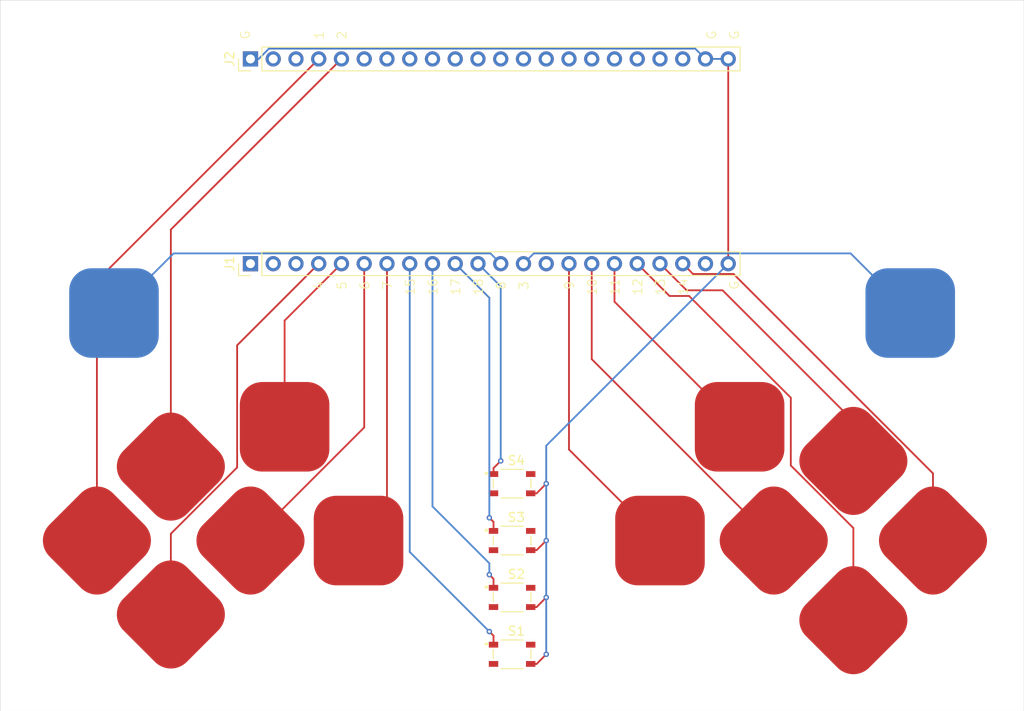
<source format=kicad_pcb>
(kicad_pcb (version 20240108) (generator "pcbnew") (generator_version "8.0")
  (layers (0 "F.Cu" signal) (31 "B.Cu" signal) (34 "B.Paste" user) (35 "F.Paste" user) (36 "B.SilkS" user "B.Silkscreen") (37 "F.SilkS" user "F.Silkscreen") (38 "B.Mask" user) (39 "F.Mask" user) (44 "Edge.Cuts" user))
  (net 0 "")
  (net 1 "TOUCH10")
  (net 2 "SELECT4")
  (net 3 "TOUCH4")
  (net 4 "TOUCH9")
  (net 7 "TOUCH11")
  (net 8 "TOUCH13")
  (net 9 "TOUCH7")
  (net 10 "GND")
  (net 12 "SELECT2")
  (net 14 "TOUCH3")
  (net 16 "SELECT3")
  (net 17 "TOUCH6")
  (net 18 "TOUCH8")
  (net 19 "TOUCH5")
  (net 20 "SELECT1")
  (net 21 "TOUCH14")
  (net 22 "TOUCH12")
  (net 32 "TOUCH1")
  (net 34 "TOUCH2")
  (footprint "Pad-CapacitiveTouch:Pad-CapacitiveTouch" (layer "F.Cu") (at 168.91 114.3)
    (property "Reference" "J11")
    (property "Value" "Conn_01x01")
    (pad "1" smd roundrect (at 0 0) (size 10 10) (layers "F.Cu") (net 4 "TOUCH9"))
  )
  (footprint "SKRPACE010:SKRPACE010" (layer "F.Cu") (at 152.4 127)
    (property "Reference" "S1" (at 0.47575 -2.58912 0) (layer "F.SilkS") (effects (font (size 1.001591 1.001591))))
    (property "Value" "SKRPACE010")
    (fp_line (start -2.1 -0.5) (end -2.1 0.5) (stroke (width 0.127)) (layer "F.SilkS"))
    (fp_line (start -1.25 -1.6) (end 1.25 -1.6) (stroke (width 0.127)) (layer "F.SilkS"))
    (fp_line (start -1.25 1.6) (end 1.25 1.6) (stroke (width 0.127)) (layer "F.SilkS"))
    (fp_line (start 2.1 -0.5) (end 2.1 0.5) (stroke (width 0.127)) (layer "F.SilkS"))
    (fp_circle (center -2.9 -1.15) (end -2.788197 -1.15) (stroke (width 0.127)) (fill none) (layer "F.SilkS"))
    (fp_circle (center -2.85 -1.15) (end -2.8 -1.15) (stroke (width 0.127)) (fill none) (layer "F.SilkS"))
    (pad "1" smd rect (at -2.075 -1.075) (size 1.05 0.65) (layers "F.Cu" "F.Paste" "F.Mask") (net 20 "SELECT1"))
    (pad "2" smd rect (at 2.075 -1.075) (size 1.05 0.65) (layers "F.Cu" "F.Paste" "F.Mask"))
    (pad "3" smd rect (at -2.075 1.075) (size 1.05 0.65) (layers "F.Cu" "F.Paste" "F.Mask"))
    (pad "4" smd rect (at 2.075 1.075) (size 1.05 0.65) (layers "F.Cu" "F.Paste" "F.Mask") (net 10 "GND"))
  )
  (footprint "Pad-CapacitiveTouch:Pad-CapacitiveTouch" (layer "F.Cu") (at 190.5 123.19 45)
    (property "Reference" "J14")
    (property "Value" "Conn_01x01")
    (pad "1" smd roundrect (at 0 0 45) (size 10 10) (layers "F.Cu") (net 22 "TOUCH12"))
  )
  (footprint "Pad-CapacitiveTouch:Pad-CapacitiveTouch" (layer "F.Cu") (at 127 101.6)
    (property "Reference" "J7")
    (property "Value" "Conn_01x01")
    (pad "1" smd roundrect (at 0 0) (size 10 10) (layers "F.Cu") (net 19 "TOUCH5"))
  )
  (footprint "Pad-CapacitiveTouch:Pad-CapacitiveTouch" (layer "F.Cu") (at 177.8 101.6)
    (property "Reference" "J13")
    (property "Value" "Conn_01x01")
    (pad "1" smd roundrect (at 0 0) (size 10 10) (layers "F.Cu") (net 7 "TOUCH11"))
  )
  (footprint "Connector_PinHeader_2.54mm:PinHeader_1x22_P2.54mm_Vertical" (layer "F.Cu") (at 123.19 60.53 90)
    (property "Reference" "J2" (at 0 -2.33 90) (layer "F.SilkS"))
    (property "Value" "Conn_01x22")
    (fp_line (start -1.33 -1.33) (end 0 -1.33) (stroke (width 0.12)) (layer "F.SilkS"))
    (fp_line (start -1.33 0) (end -1.33 -1.33) (stroke (width 0.12)) (layer "F.SilkS"))
    (fp_line (start 1.33 1.27) (end 1.33 54.67) (stroke (width 0.12)) (layer "F.SilkS"))
    (fp_line (start -1.33 1.27) (end 1.33 1.27) (stroke (width 0.12)) (layer "F.SilkS"))
    (fp_line (start -1.33 1.27) (end -1.33 54.67) (stroke (width 0.12)) (layer "F.SilkS"))
    (fp_line (start -1.33 54.67) (end 1.33 54.67) (stroke (width 0.12)) (layer "F.SilkS"))
    (pad "1" thru_hole rect (at 0 0 90) (size 1.7 1.7) (drill 1) (layers "*.Cu" "*.Mask") (net 10 "GND"))
    (pad "2" thru_hole oval (at 0 2.54 90) (size 1.7 1.7) (drill 1) (layers "*.Cu" "*.Mask"))
    (pad "3" thru_hole oval (at 0 5.08 90) (size 1.7 1.7) (drill 1) (layers "*.Cu" "*.Mask"))
    (pad "4" thru_hole oval (at 0 7.62 90) (size 1.7 1.7) (drill 1) (layers "*.Cu" "*.Mask") (net 32 "TOUCH1"))
    (pad "5" thru_hole oval (at 0 10.16 90) (size 1.7 1.7) (drill 1) (layers "*.Cu" "*.Mask") (net 34 "TOUCH2"))
    (pad "6" thru_hole oval (at 0 12.7 90) (size 1.7 1.7) (drill 1) (layers "*.Cu" "*.Mask"))
    (pad "7" thru_hole oval (at 0 15.24 90) (size 1.7 1.7) (drill 1) (layers "*.Cu" "*.Mask"))
    (pad "8" thru_hole oval (at 0 17.78 90) (size 1.7 1.7) (drill 1) (layers "*.Cu" "*.Mask"))
    (pad "9" thru_hole oval (at 0 20.32 90) (size 1.7 1.7) (drill 1) (layers "*.Cu" "*.Mask"))
    (pad "10" thru_hole oval (at 0 22.86 90) (size 1.7 1.7) (drill 1) (layers "*.Cu" "*.Mask"))
    (pad "11" thru_hole oval (at 0 25.4 90) (size 1.7 1.7) (drill 1) (layers "*.Cu" "*.Mask"))
    (pad "12" thru_hole oval (at 0 27.94 90) (size 1.7 1.7) (drill 1) (layers "*.Cu" "*.Mask"))
    (pad "13" thru_hole oval (at 0 30.48 90) (size 1.7 1.7) (drill 1) (layers "*.Cu" "*.Mask"))
    (pad "14" thru_hole oval (at 0 33.02 90) (size 1.7 1.7) (drill 1) (layers "*.Cu" "*.Mask"))
    (pad "15" thru_hole oval (at 0 35.56 90) (size 1.7 1.7) (drill 1) (layers "*.Cu" "*.Mask"))
    (pad "16" thru_hole oval (at 0 38.1 90) (size 1.7 1.7) (drill 1) (layers "*.Cu" "*.Mask"))
    (pad "17" thru_hole oval (at 0 40.64 90) (size 1.7 1.7) (drill 1) (layers "*.Cu" "*.Mask"))
    (pad "18" thru_hole oval (at 0 43.18 90) (size 1.7 1.7) (drill 1) (layers "*.Cu" "*.Mask"))
    (pad "19" thru_hole oval (at 0 45.72 90) (size 1.7 1.7) (drill 1) (layers "*.Cu" "*.Mask"))
    (pad "20" thru_hole oval (at 0 48.26 90) (size 1.7 1.7) (drill 1) (layers "*.Cu" "*.Mask"))
    (pad "21" thru_hole oval (at 0 50.8 90) (size 1.7 1.7) (drill 1) (layers "*.Cu" "*.Mask") (net 10 "GND"))
    (pad "22" thru_hole oval (at 0 53.34 90) (size 1.7 1.7) (drill 1) (layers "*.Cu" "*.Mask") (net 10 "GND"))
  )
  (footprint "Pad-CapacitiveTouch:Pad-CapacitiveTouch" (layer "F.Cu") (at 190.5 105.41 45)
    (property "Reference" "J16")
    (property "Value" "Conn_01x01")
    (pad "1" smd roundrect (at 0 0 45) (size 10 10) (layers "F.Cu") (net 8 "TOUCH13"))
  )
  (footprint "SKRPACE010:SKRPACE010" (layer "F.Cu") (at 152.4 120.65)
    (property "Reference" "S2" (at 0.47575 -2.58912 0) (layer "F.SilkS") (effects (font (size 1.001591 1.001591))))
    (property "Value" "SKRPACE010")
    (fp_line (start -2.1 -0.5) (end -2.1 0.5) (stroke (width 0.127)) (layer "F.SilkS"))
    (fp_line (start -1.25 -1.6) (end 1.25 -1.6) (stroke (width 0.127)) (layer "F.SilkS"))
    (fp_line (start -1.25 1.6) (end 1.25 1.6) (stroke (width 0.127)) (layer "F.SilkS"))
    (fp_line (start 2.1 -0.5) (end 2.1 0.5) (stroke (width 0.127)) (layer "F.SilkS"))
    (fp_circle (center -2.9 -1.15) (end -2.788197 -1.15) (stroke (width 0.127)) (fill none) (layer "F.SilkS"))
    (fp_circle (center -2.85 -1.15) (end -2.8 -1.15) (stroke (width 0.127)) (fill none) (layer "F.SilkS"))
    (pad "1" smd rect (at -2.075 -1.075) (size 1.05 0.65) (layers "F.Cu" "F.Paste" "F.Mask") (net 12 "SELECT2"))
    (pad "2" smd rect (at 2.075 -1.075) (size 1.05 0.65) (layers "F.Cu" "F.Paste" "F.Mask"))
    (pad "3" smd rect (at -2.075 1.075) (size 1.05 0.65) (layers "F.Cu" "F.Paste" "F.Mask"))
    (pad "4" smd rect (at 2.075 1.075) (size 1.05 0.65) (layers "F.Cu" "F.Paste" "F.Mask") (net 10 "GND"))
  )
  (footprint "Pad-CapacitiveTouch:Pad-CapacitiveTouch" (layer "F.Cu") (at 114.3 122.555 45)
    (property "Reference" "J6")
    (property "Value" "Conn_01x01")
    (pad "1" smd roundrect (at 0 0 45) (size 10 10) (layers "F.Cu") (net 3 "TOUCH4"))
  )
  (footprint "SKRPACE010:SKRPACE010" (layer "F.Cu") (at 152.4 114.3)
    (property "Reference" "S3" (at 0.47575 -2.58912 0) (layer "F.SilkS") (effects (font (size 1.001591 1.001591))))
    (property "Value" "SKRPACE010")
    (fp_line (start -2.1 -0.5) (end -2.1 0.5) (stroke (width 0.127)) (layer "F.SilkS"))
    (fp_line (start -1.25 -1.6) (end 1.25 -1.6) (stroke (width 0.127)) (layer "F.SilkS"))
    (fp_line (start -1.25 1.6) (end 1.25 1.6) (stroke (width 0.127)) (layer "F.SilkS"))
    (fp_line (start 2.1 -0.5) (end 2.1 0.5) (stroke (width 0.127)) (layer "F.SilkS"))
    (fp_circle (center -2.9 -1.15) (end -2.788197 -1.15) (stroke (width 0.127)) (fill none) (layer "F.SilkS"))
    (fp_circle (center -2.85 -1.15) (end -2.8 -1.15) (stroke (width 0.127)) (fill none) (layer "F.SilkS"))
    (pad "1" smd rect (at -2.075 -1.075) (size 1.05 0.65) (layers "F.Cu" "F.Paste" "F.Mask") (net 16 "SELECT3"))
    (pad "2" smd rect (at 2.075 -1.075) (size 1.05 0.65) (layers "F.Cu" "F.Paste" "F.Mask"))
    (pad "3" smd rect (at -2.075 1.075) (size 1.05 0.65) (layers "F.Cu" "F.Paste" "F.Mask"))
    (pad "4" smd rect (at 2.075 1.075) (size 1.05 0.65) (layers "F.Cu" "F.Paste" "F.Mask") (net 10 "GND"))
  )
  (footprint "SKRPACE010:SKRPACE010" (layer "F.Cu") (at 152.4 107.95)
    (property "Reference" "S4" (at 0.47575 -2.58912 0) (layer "F.SilkS") (effects (font (size 1.001591 1.001591))))
    (property "Value" "SKRPACE010")
    (fp_line (start -2.1 -0.5) (end -2.1 0.5) (stroke (width 0.127)) (layer "F.SilkS"))
    (fp_line (start -1.25 -1.6) (end 1.25 -1.6) (stroke (width 0.127)) (layer "F.SilkS"))
    (fp_line (start -1.25 1.6) (end 1.25 1.6) (stroke (width 0.127)) (layer "F.SilkS"))
    (fp_line (start 2.1 -0.5) (end 2.1 0.5) (stroke (width 0.127)) (layer "F.SilkS"))
    (fp_circle (center -2.9 -1.15) (end -2.788197 -1.15) (stroke (width 0.127)) (fill none) (layer "F.SilkS"))
    (fp_circle (center -2.85 -1.15) (end -2.8 -1.15) (stroke (width 0.127)) (fill none) (layer "F.SilkS"))
    (pad "1" smd rect (at -2.075 -1.075) (size 1.05 0.65) (layers "F.Cu" "F.Paste" "F.Mask") (net 2 "SELECT4"))
    (pad "2" smd rect (at 2.075 -1.075) (size 1.05 0.65) (layers "F.Cu" "F.Paste" "F.Mask"))
    (pad "3" smd rect (at -2.075 1.075) (size 1.05 0.65) (layers "F.Cu" "F.Paste" "F.Mask"))
    (pad "4" smd rect (at 2.075 1.075) (size 1.05 0.65) (layers "F.Cu" "F.Paste" "F.Mask") (net 10 "GND"))
  )
  (footprint "Pad-CapacitiveTouch:Pad-CapacitiveTouch" (layer "F.Cu") (at 106.045 114.3 45)
    (property "Reference" "J3")
    (property "Value" "Conn_01x01")
    (pad "1" smd roundrect (at 0 0 45) (size 10 10) (layers "F.Cu") (net 32 "TOUCH1"))
  )
  (footprint "Pad-CapacitiveTouch:Pad-CapacitiveTouch" (layer "F.Cu") (at 199.39 114.3 45)
    (property "Reference" "J15")
    (property "Value" "Conn_01x01")
    (pad "1" smd roundrect (at 0 0 45) (size 10 10) (layers "F.Cu") (net 21 "TOUCH14"))
  )
  (footprint "Connector_PinHeader_2.54mm:PinHeader_1x22_P2.54mm_Vertical" (layer "F.Cu") (at 123.19 83.39 90)
    (property "Reference" "J1" (at 0 -2.33 90) (layer "F.SilkS"))
    (property "Value" "Conn_01x22")
    (fp_line (start -1.33 -1.33) (end 0 -1.33) (stroke (width 0.12)) (layer "F.SilkS"))
    (fp_line (start -1.33 0) (end -1.33 -1.33) (stroke (width 0.12)) (layer "F.SilkS"))
    (fp_line (start 1.33 1.27) (end 1.33 54.67) (stroke (width 0.12)) (layer "F.SilkS"))
    (fp_line (start -1.33 1.27) (end 1.33 1.27) (stroke (width 0.12)) (layer "F.SilkS"))
    (fp_line (start -1.33 1.27) (end -1.33 54.67) (stroke (width 0.12)) (layer "F.SilkS"))
    (fp_line (start -1.33 54.67) (end 1.33 54.67) (stroke (width 0.12)) (layer "F.SilkS"))
    (pad "1" thru_hole rect (at 0 0 90) (size 1.7 1.7) (drill 1) (layers "*.Cu" "*.Mask"))
    (pad "2" thru_hole oval (at 0 2.54 90) (size 1.7 1.7) (drill 1) (layers "*.Cu" "*.Mask"))
    (pad "3" thru_hole oval (at 0 5.08 90) (size 1.7 1.7) (drill 1) (layers "*.Cu" "*.Mask"))
    (pad "4" thru_hole oval (at 0 7.62 90) (size 1.7 1.7) (drill 1) (layers "*.Cu" "*.Mask") (net 3 "TOUCH4"))
    (pad "5" thru_hole oval (at 0 10.16 90) (size 1.7 1.7) (drill 1) (layers "*.Cu" "*.Mask") (net 19 "TOUCH5"))
    (pad "6" thru_hole oval (at 0 12.7 90) (size 1.7 1.7) (drill 1) (layers "*.Cu" "*.Mask") (net 17 "TOUCH6"))
    (pad "7" thru_hole oval (at 0 15.24 90) (size 1.7 1.7) (drill 1) (layers "*.Cu" "*.Mask") (net 9 "TOUCH7"))
    (pad "8" thru_hole oval (at 0 17.78 90) (size 1.7 1.7) (drill 1) (layers "*.Cu" "*.Mask") (net 20 "SELECT1"))
    (pad "9" thru_hole oval (at 0 20.32 90) (size 1.7 1.7) (drill 1) (layers "*.Cu" "*.Mask") (net 12 "SELECT2"))
    (pad "10" thru_hole oval (at 0 22.86 90) (size 1.7 1.7) (drill 1) (layers "*.Cu" "*.Mask") (net 16 "SELECT3"))
    (pad "11" thru_hole oval (at 0 25.4 90) (size 1.7 1.7) (drill 1) (layers "*.Cu" "*.Mask") (net 2 "SELECT4"))
    (pad "12" thru_hole oval (at 0 27.94 90) (size 1.7 1.7) (drill 1) (layers "*.Cu" "*.Mask") (net 18 "TOUCH8"))
    (pad "13" thru_hole oval (at 0 30.48 90) (size 1.7 1.7) (drill 1) (layers "*.Cu" "*.Mask") (net 14 "TOUCH3"))
    (pad "14" thru_hole oval (at 0 33.02 90) (size 1.7 1.7) (drill 1) (layers "*.Cu" "*.Mask"))
    (pad "15" thru_hole oval (at 0 35.56 90) (size 1.7 1.7) (drill 1) (layers "*.Cu" "*.Mask") (net 4 "TOUCH9"))
    (pad "16" thru_hole oval (at 0 38.1 90) (size 1.7 1.7) (drill 1) (layers "*.Cu" "*.Mask") (net 1 "TOUCH10"))
    (pad "17" thru_hole oval (at 0 40.64 90) (size 1.7 1.7) (drill 1) (layers "*.Cu" "*.Mask") (net 7 "TOUCH11"))
    (pad "18" thru_hole oval (at 0 43.18 90) (size 1.7 1.7) (drill 1) (layers "*.Cu" "*.Mask") (net 22 "TOUCH12"))
    (pad "19" thru_hole oval (at 0 45.72 90) (size 1.7 1.7) (drill 1) (layers "*.Cu" "*.Mask") (net 8 "TOUCH13"))
    (pad "20" thru_hole oval (at 0 48.26 90) (size 1.7 1.7) (drill 1) (layers "*.Cu" "*.Mask") (net 21 "TOUCH14"))
    (pad "21" thru_hole oval (at 0 50.8 90) (size 1.7 1.7) (drill 1) (layers "*.Cu" "*.Mask"))
    (pad "22" thru_hole oval (at 0 53.34 90) (size 1.7 1.7) (drill 1) (layers "*.Cu" "*.Mask") (net 10 "GND"))
  )
  (footprint "Pad-CapacitiveTouch:Pad-CapacitiveTouch" (layer "F.Cu") (at 123.19 114.3 45)
    (property "Reference" "J8")
    (property "Value" "Conn_01x01")
    (pad "1" smd roundrect (at 0 0 45) (size 10 10) (layers "F.Cu") (net 17 "TOUCH6"))
  )
  (footprint "Pad-CapacitiveTouch:Pad-CapacitiveTouch" (layer "F.Cu") (at 114.3 106.045 45)
    (property "Reference" "J4")
    (property "Value" "Conn_01x01")
    (pad "1" smd roundrect (at 0 0 45) (size 10 10) (layers "F.Cu") (net 34 "TOUCH2"))
  )
  (footprint "Pad-CapacitiveTouch:Pad-CapacitiveTouch" (layer "F.Cu") (at 181.61 114.3 45)
    (property "Reference" "J12")
    (property "Value" "Conn_01x01")
    (pad "1" smd roundrect (at 0 0 45) (size 10 10) (layers "F.Cu") (net 1 "TOUCH10"))
  )
  (footprint "Pad-CapacitiveTouch:Pad-CapacitiveTouch" (layer "F.Cu") (at 135.255 114.3)
    (property "Reference" "J9")
    (property "Value" "Conn_01x01")
    (pad "1" smd roundrect (at 0 0) (size 10 10) (layers "F.Cu") (net 9 "TOUCH7"))
  )
  (footprint "Pad-CapacitiveTouch:Pad-CapacitiveTouch" (layer "B.Cu") (at 196.85 88.9 180)
    (property "Reference" "J5")
    (property "Value" "Conn_01x01")
    (pad "1" smd roundrect (at 0 0 180) (size 10 10) (layers "B.Cu") (net 14 "TOUCH3"))
  )
  (footprint "Pad-CapacitiveTouch:Pad-CapacitiveTouch" (layer "B.Cu") (at 107.95 88.9 180)
    (property "Reference" "J10")
    (property "Value" "Conn_01x01")
    (pad "1" smd roundrect (at 0 0 180) (size 10 10) (layers "B.Cu") (net 18 "TOUCH8"))
  )
  (gr_rect (start 95.25 53.975) (end 209.55 133.35) (stroke (width 0.05)) (fill none) (layer "Edge.Cuts"))
  (gr_text "10" (at 161.925 86.995 90) (layer "F.SilkS") (effects (font (size 1 1) (thickness 0.1)) (justify left bottom)))
  (gr_text "18" (at 149.225 86.995 90) (layer "F.SilkS") (effects (font (size 1 1) (thickness 0.1)) (justify left bottom)))
  (gr_text "G" (at 177.8 86.36 90) (layer "F.SilkS") (effects (font (size 1 1) (thickness 0.1)) (justify left bottom)))
  (gr_text "4" (at 131.445 86.36 90) (layer "F.SilkS") (effects (font (size 1 1) (thickness 0.1)) (justify left bottom)))
  (gr_text "17" (at 146.685 86.995 90) (layer "F.SilkS") (effects (font (size 1 1) (thickness 0.1)) (justify left bottom)))
  (gr_text "2" (at 133.985 58.42 90) (layer "F.SilkS") (effects (font (size 1 1) (thickness 0.1)) (justify left bottom)))
  (gr_text "G" (at 177.8 58.42 90) (layer "F.SilkS") (effects (font (size 1 1) (thickness 0.1)) (justify left bottom)))
  (gr_text "5" (at 133.985 86.36 90) (layer "F.SilkS") (effects (font (size 1 1) (thickness 0.1)) (justify left bottom)))
  (gr_text "12" (at 167.005 86.995 90) (layer "F.SilkS") (effects (font (size 1 1) (thickness 0.1)) (justify left bottom)))
  (gr_text "15" (at 141.605 86.995 90) (layer "F.SilkS") (effects (font (size 1 1) (thickness 0.1)) (justify left bottom)))
  (gr_text "G" (at 175.26 58.42 90) (layer "F.SilkS") (effects (font (size 1 1) (thickness 0.1)) (justify left bottom)))
  (gr_text "16" (at 144.145 86.995 90) (layer "F.SilkS") (effects (font (size 1 1) (thickness 0.1)) (justify left bottom)))
  (gr_text "6" (at 136.525 86.36 90) (layer "F.SilkS") (effects (font (size 1 1) (thickness 0.1)) (justify left bottom)))
  (gr_text "3" (at 154.305 86.36 90) (layer "F.SilkS") (effects (font (size 1 1) (thickness 0.1)) (justify left bottom)))
  (gr_text "7" (at 139.065 86.36 90) (layer "F.SilkS") (effects (font (size 1 1) (thickness 0.1)) (justify left bottom)))
  (gr_text "9" (at 159.385 86.36 90) (layer "F.SilkS") (effects (font (size 1 1) (thickness 0.1)) (justify left bottom)))
  (gr_text "8" (at 151.765 86.36 90) (layer "F.SilkS") (effects (font (size 1 1) (thickness 0.1)) (justify left bottom)))
  (gr_text "1" (at 131.445 58.42 90) (layer "F.SilkS") (effects (font (size 1 1) (thickness 0.1)) (justify left bottom)))
  (gr_text "11" (at 164.465 86.995 90) (layer "F.SilkS") (effects (font (size 1 1) (thickness 0.1)) (justify left bottom)))
  (gr_text "13" (at 169.545 86.995 90) (layer "F.SilkS") (effects (font (size 1 1) (thickness 0.1)) (justify left bottom)))
  (gr_text "G" (at 123.19 58.42 90) (layer "F.SilkS") (effects (font (size 1 1) (thickness 0.1)) (justify left bottom)))
  (gr_text "14" (at 172.085 86.995 90) (layer "F.SilkS") (effects (font (size 1 1) (thickness 0.1)) (justify left bottom)))
  (segment (start 161.29 94.0498) (end 161.29 83.39) (width 0.2) (layer "F.Cu") (net 1))
  (segment (start 181.61 114.3) (end 181.5402 114.3) (width 0.2) (layer "F.Cu") (net 1))
  (segment (start 181.5402 114.3) (end 161.29 94.0498) (width 0.2) (layer "F.Cu") (net 1))
  (segment (start 150.325 106.875) (end 150.325 106.215) (width 0.2) (layer "F.Cu") (net 2))
  (segment (start 150.325 106.215) (end 151.13 105.41) (width 0.2) (layer "F.Cu") (net 2))
  (via (at 151.13 105.41) (size 0.6) (drill 0.3) (layers "F.Cu" "B.Cu") (net 2))
  (segment (start 151.13 85.93) (end 148.59 83.39) (width 0.2) (layer "B.Cu") (net 2))
  (segment (start 151.13 105.41) (end 151.13 85.93) (width 0.2) (layer "B.Cu") (net 2))
  (segment (start 121.7 106.140334) (end 121.7 92.5) (width 0.2) (layer "F.Cu") (net 3))
  (segment (start 114.3 113.540334) (end 121.7 106.140334) (width 0.2) (layer "F.Cu") (net 3))
  (segment (start 114.3 122.555) (end 114.3 113.540334) (width 0.2) (layer "F.Cu") (net 3))
  (segment (start 121.7 92.5) (end 130.81 83.39) (width 0.2) (layer "F.Cu") (net 3))
  (segment (start 158.75 104.14) (end 158.75 83.39) (width 0.2) (layer "F.Cu") (net 4))
  (segment (start 168.91 114.3) (end 158.75 104.14) (width 0.2) (layer "F.Cu") (net 4))
  (segment (start 163.83 87.63) (end 163.83 83.39) (width 0.2) (layer "F.Cu") (net 7))
  (segment (start 177.8 101.6) (end 163.83 87.63) (width 0.2) (layer "F.Cu") (net 7))
  (segment (start 190.5 100.965) (end 175.895 86.36) (width 0.2) (layer "F.Cu") (net 8))
  (segment (start 171.88 86.36) (end 168.91 83.39) (width 0.2) (layer "F.Cu") (net 8))
  (segment (start 175.895 86.36) (end 171.88 86.36) (width 0.2) (layer "F.Cu") (net 8))
  (segment (start 190.5 105.41) (end 190.5 100.965) (width 0.2) (layer "F.Cu") (net 8))
  (segment (start 135.255 114.3) (end 138.43 111.125) (width 0.2) (layer "F.Cu") (net 9))
  (segment (start 138.43 111.125) (end 138.43 83.39) (width 0.2) (layer "F.Cu") (net 9))
  (segment (start 154.475 128.075) (end 155.135 128.075) (width 0.2) (layer "F.Cu") (net 10))
  (segment (start 154.475 115.375) (end 155.135 115.375) (width 0.2) (layer "F.Cu") (net 10))
  (segment (start 154.475 121.725) (end 155.135 121.725) (width 0.2) (layer "F.Cu") (net 10))
  (segment (start 155.135 115.375) (end 156.21 114.3) (width 0.2) (layer "F.Cu") (net 10))
  (segment (start 154.475 109.025) (end 155.135 109.025) (width 0.2) (layer "F.Cu") (net 10))
  (segment (start 155.135 121.725) (end 156.21 120.65) (width 0.2) (layer "F.Cu") (net 10))
  (segment (start 155.135 109.025) (end 156.21 107.95) (width 0.2) (layer "F.Cu") (net 10))
  (segment (start 176.53 83.39) (end 176.53 60.53) (width 0.2) (layer "F.Cu") (net 10))
  (segment (start 155.135 128.075) (end 156.21 127) (width 0.2) (layer "F.Cu") (net 10))
  (via (at 156.21 114.3) (size 0.6) (drill 0.3) (layers "F.Cu" "B.Cu") (net 10))
  (via (at 156.21 127) (size 0.6) (drill 0.3) (layers "F.Cu" "B.Cu") (net 10))
  (via (at 156.21 120.65) (size 0.6) (drill 0.3) (layers "F.Cu" "B.Cu") (net 10))
  (via (at 156.21 107.95) (size 0.6) (drill 0.3) (layers "F.Cu" "B.Cu") (net 10))
  (segment (start 124.103654 60.53) (end 123.19 60.53) (width 0.2) (layer "B.Cu") (net 10))
  (segment (start 156.21 120.65) (end 156.21 114.3) (width 0.2) (layer "B.Cu") (net 10))
  (segment (start 156.21 127) (end 156.21 120.65) (width 0.2) (layer "B.Cu") (net 10))
  (segment (start 156.21 103.71) (end 176.53 83.39) (width 0.2) (layer "B.Cu") (net 10))
  (segment (start 156.21 107.95) (end 156.21 103.71) (width 0.2) (layer "B.Cu") (net 10))
  (segment (start 172.84 59.38) (end 125.253654 59.38) (width 0.2) (layer "B.Cu") (net 10))
  (segment (start 156.21 114.3) (end 156.21 107.95) (width 0.2) (layer "B.Cu") (net 10))
  (segment (start 173.99 60.53) (end 172.84 59.38) (width 0.2) (layer "B.Cu") (net 10))
  (segment (start 125.253654 59.38) (end 124.103654 60.53) (width 0.2) (layer "B.Cu") (net 10))
  (segment (start 176.53 60.53) (end 173.99 60.53) (width 0.2) (layer "B.Cu") (net 10))
  (segment (start 150.325 118.575) (end 149.86 118.11) (width 0.2) (layer "F.Cu") (net 12))
  (segment (start 150.325 119.575) (end 150.325 118.575) (width 0.2) (layer "F.Cu") (net 12))
  (via (at 149.86 118.11) (size 0.6) (drill 0.3) (layers "F.Cu" "B.Cu") (net 12))
  (segment (start 149.86 118.11) (end 149.86 116.84) (width 0.2) (layer "B.Cu") (net 12))
  (segment (start 143.51 110.49) (end 143.51 83.39) (width 0.2) (layer "B.Cu") (net 12))
  (segment (start 149.86 116.84) (end 143.51 110.49) (width 0.2) (layer "B.Cu") (net 12))
  (segment (start 154.82 82.24) (end 153.67 83.39) (width 0.2) (layer "B.Cu") (net 14))
  (segment (start 190.19 82.24) (end 154.82 82.24) (width 0.2) (layer "B.Cu") (net 14))
  (segment (start 196.85 88.9) (end 190.19 82.24) (width 0.2) (layer "B.Cu") (net 14))
  (segment (start 150.325 113.225) (end 150.325 112.225) (width 0.2) (layer "F.Cu") (net 16))
  (segment (start 150.325 112.225) (end 149.86 111.76) (width 0.2) (layer "F.Cu") (net 16))
  (via (at 149.86 111.76) (size 0.6) (drill 0.3) (layers "F.Cu" "B.Cu") (net 16))
  (segment (start 149.86 111.76) (end 149.86 87.2) (width 0.2) (layer "B.Cu") (net 16))
  (segment (start 149.86 87.2) (end 146.05 83.39) (width 0.2) (layer "B.Cu") (net 16))
  (segment (start 123.19 114.3) (end 123.2598 114.3) (width 0.2) (layer "F.Cu") (net 17))
  (segment (start 123.2598 114.3) (end 135.89 101.6698) (width 0.2) (layer "F.Cu") (net 17))
  (segment (start 135.89 101.6698) (end 135.89 83.39) (width 0.2) (layer "F.Cu") (net 17))
  (segment (start 114.61 82.24) (end 149.98 82.24) (width 0.2) (layer "B.Cu") (net 18))
  (segment (start 107.95 88.9) (end 114.61 82.24) (width 0.2) (layer "B.Cu") (net 18))
  (segment (start 149.98 82.24) (end 151.13 83.39) (width 0.2) (layer "B.Cu") (net 18))
  (segment (start 127 101.6) (end 127 89.74) (width 0.2) (layer "F.Cu") (net 19))
  (segment (start 127 89.74) (end 133.35 83.39) (width 0.2) (layer "F.Cu") (net 19))
  (segment (start 150.325 124.925) (end 149.86 124.46) (width 0.2) (layer "F.Cu") (net 20))
  (segment (start 150.325 125.925) (end 150.325 124.925) (width 0.2) (layer "F.Cu") (net 20))
  (via (at 149.86 124.46) (size 0.6) (drill 0.3) (layers "F.Cu" "B.Cu") (net 20))
  (segment (start 140.97 115.57) (end 140.97 83.39) (width 0.2) (layer "B.Cu") (net 20))
  (segment (start 149.86 124.46) (end 140.97 115.57) (width 0.2) (layer "B.Cu") (net 20))
  (segment (start 172.6 84.54) (end 171.45 83.39) (width 0.2) (layer "F.Cu") (net 21))
  (segment (start 177.125334 84.54) (end 172.6 84.54) (width 0.2) (layer "F.Cu") (net 21))
  (segment (start 199.39 114.3) (end 199.39 106.804666) (width 0.2) (layer "F.Cu") (net 21))
  (segment (start 199.39 106.804666) (end 177.125334 84.54) (width 0.2) (layer "F.Cu") (net 21))
  (segment (start 172.1548 86.995) (end 169.975 86.995) (width 0.2) (layer "F.Cu") (net 22))
  (segment (start 190.5 112.905334) (end 183.515 105.920334) (width 0.2) (layer "F.Cu") (net 22))
  (segment (start 183.515 105.920334) (end 183.515 98.3552) (width 0.2) (layer "F.Cu") (net 22))
  (segment (start 190.5 123.19) (end 190.5 112.905334) (width 0.2) (layer "F.Cu") (net 22))
  (segment (start 169.975 86.995) (end 166.37 83.39) (width 0.2) (layer "F.Cu") (net 22))
  (segment (start 183.515 98.3552) (end 172.1548 86.995) (width 0.2) (layer "F.Cu") (net 22))
  (segment (start 106.045 85.295) (end 130.81 60.53) (width 0.2) (layer "F.Cu") (net 32))
  (segment (start 106.045 114.3) (end 106.045 85.295) (width 0.2) (layer "F.Cu") (net 32))
  (segment (start 114.3 79.58) (end 133.35 60.53) (width 0.2) (layer "F.Cu") (net 34))
  (segment (start 114.3 106.045) (end 114.3 79.58) (width 0.2) (layer "F.Cu") (net 34))
)
</source>
